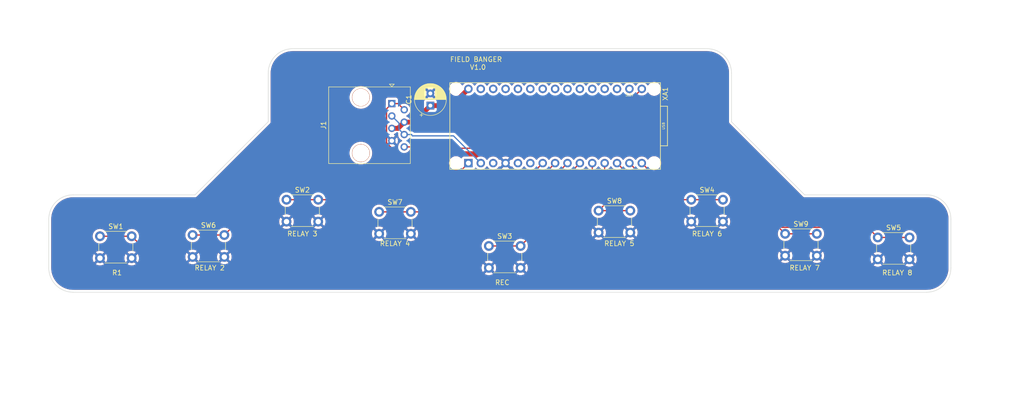
<source format=kicad_pcb>
(kicad_pcb (version 20211014) (generator pcbnew)
  (layers (0 "F.Cu" signal) (31 "B.Cu" signal) (34 "B.Paste" user) (35 "F.Paste" user) (36 "B.SilkS" user "B.Silkscreen") (37 "F.SilkS" user "F.Silkscreen") (38 "B.Mask" user) (39 "F.Mask" user) (44 "Edge.Cuts" user))
  (net 0 "")
  (net 1 "Net-(J1-Pad1)")
  (net 2 "Net-(J1-Pad3)")
  (net 3 "+12V")
  (net 4 "GND")
  (net 5 "Net-(J1-Pad8)")
  (net 6 "Net-(SW1-Pad1)")
  (net 7 "Net-(SW2-Pad1)")
  (net 8 "Net-(SW3-Pad1)")
  (net 9 "Net-(SW4-Pad1)")
  (net 10 "Net-(SW5-Pad1)")
  (net 11 "Net-(SW6-Pad1)")
  (net 12 "Net-(SW7-Pad1)")
  (net 13 "Net-(SW8-Pad1)")
  (net 14 "Net-(SW9-Pad1)")
  (footprint "Button_Switch_THT:SW_PUSH_6mm" (layer "F.Cu") (at 166.75 61)
    (fp_text reference "SW4" (at 3.25 -2) (layer "F.SilkS"))
    (fp_text value "SW_SPST")
    (fp_line (start 5.5 -1) (end 1 -1) (layer "F.SilkS") (width 0.12))
    (fp_line (start 1 5.5) (end 5.5 5.5) (layer "F.SilkS") (width 0.12))
    (fp_line (start 6.75 3) (end 6.75 1.5) (layer "F.SilkS") (width 0.12))
    (fp_line (start -0.25 1.5) (end -0.25 3) (layer "F.SilkS") (width 0.12))
    (pad "1" thru_hole circle (at 0 0 90) (size 2 2) (drill 1.1) (layers *.Cu *.Mask) (net 9 "Net-(SW4-Pad1)"))
    (pad "1" thru_hole circle (at 6.5 0 90) (size 2 2) (drill 1.1) (layers *.Cu *.Mask) (net 9 "Net-(SW4-Pad1)"))
    (pad "2" thru_hole circle (at 6.5 4.5 90) (size 2 2) (drill 1.1) (layers *.Cu *.Mask) (net 4 "GND"))
    (pad "2" thru_hole circle (at 0 4.5 90) (size 2 2) (drill 1.1) (layers *.Cu *.Mask) (net 4 "GND"))
  )
  (footprint "Arduino:Arduino_Nano_Socket" (layer "F.Cu") (at 160.42 45.87 90)
    (fp_text reference "XA1" (at 6.604 1.016 90) (layer "F.SilkS"))
    (fp_text value "Arduino_Nano_Socket")
    (fp_text user "3.3V" (at 6.35 -6.35) (layer "F.SilkS") (effects (font (size 0.5 0.5) (thickness 0.075))))
    (fp_text user "USB" (at 0 0.635 90) (layer "F.SilkS") (effects (font (size 0.5 0.5) (thickness 0.075))))
    (fp_line (start 8.89 -43.18) (end 8.89 0) (layer "F.SilkS") (width 0.15))
    (fp_line (start -8.89 -43.18) (end -8.89 0) (layer "F.SilkS") (width 0.15))
    (fp_line (start -8.89 0) (end 8.89 0) (layer "F.SilkS") (width 0.15))
    (fp_line (start -8.89 -43.18) (end 8.89 -43.18) (layer "F.SilkS") (width 0.15))
    (fp_line (start -4.064 0) (end -4.064 1.45) (layer "F.SilkS") (width 0.15))
    (fp_line (start -4.064 1.45) (end 4.064 1.45) (layer "F.SilkS") (width 0.15))
    (fp_line (start 4.064 1.45) (end 4.064 0) (layer "F.SilkS") (width 0.15))
    (pad "" np_thru_hole circle locked (at -7.62 -1.27 90) (size 1.85 1.85) (drill 1.85) (layers *.Cu *.Mask))
    (pad "" np_thru_hole circle locked (at 7.62 -1.27 90) (size 1.85 1.85) (drill 1.85) (layers *.Cu *.Mask))
    (pad "" np_thru_hole circle locked (at 7.62 -41.91 90) (size 1.85 1.85) (drill 1.85) (layers *.Cu *.Mask))
    (pad "" np_thru_hole circle locked (at -7.62 -41.91 90) (size 1.85 1.85) (drill 1.85) (layers *.Cu *.Mask))
    (pad "3V3" thru_hole circle locked (at 7.62 -6.35 90) (size 1.7272 1.7272) (drill 1.016) (layers *.Cu *.Mask))
    (pad "5V" thru_hole circle locked (at 7.62 -31.75 90) (size 1.7272 1.7272) (drill 1.016) (layers *.Cu *.Mask))
    (pad "A0" thru_hole circle locked (at 7.62 -11.43 90) (size 1.7272 1.7272) (drill 1.016) (layers *.Cu *.Mask))
    (pad "A1" thru_hole circle locked (at 7.62 -13.97 90) (size 1.7272 1.7272) (drill 1.016) (layers *.Cu *.Mask))
    (pad "A2" thru_hole circle locked (at 7.62 -16.51 90) (size 1.7272 1.7272) (drill 1.016) (layers *.Cu *.Mask))
    (pad "A3" thru_hole circle locked (at 7.62 -19.05 90) (size 1.7272 1.7272) (drill 1.016) (layers *.Cu *.Mask))
    (pad "A4" thru_hole circle locked (at 7.62 -21.59 90) (size 1.7272 1.7272) (drill 1.016) (layers *.Cu *.Mask))
    (pad "A5" thru_hole circle locked (at 7.62 -24.13 90) (size 1.7272 1.7272) (drill 1.016) (layers *.Cu *.Mask))
    (pad "A6" thru_hole circle locked (at 7.62 -26.67 90) (size 1.7272 1.7272) (drill 1.016) (layers *.Cu *.Mask))
    (pad "A7" thru_hole circle locked (at 7.62 -29.21 90) (size 1.7272 1.7272) (drill 1.016) (layers *.Cu *.Mask))
    (pad "AREF" thru_hole circle locked (at 7.62 -8.89 90) (size 1.7272 1.7272) (drill 1.016) (layers *.Cu *.Mask))
    (pad "D0" thru_hole circle locked (at -7.62 -36.83 90) (size 1.7272 1.7272) (drill 1.016) (layers *.Cu *.Mask) (net 2 "Net-(J1-Pad3)"))
    (pad "D1" thru_hole rect locked (at -7.62 -39.37 90) (size 1.7272 1.7272) (drill 1.016) (layers *.Cu *.Mask) (net 1 "Net-(J1-Pad1)"))
    (pad "D2" thru_hole circle locked (at -7.62 -29.21 90) (size 1.7272 1.7272) (drill 1.016) (layers *.Cu *.Mask))
    (pad "D3" thru_hole circle locked (at -7.62 -26.67 90) (size 1.7272 1.7272) (drill 1.016) (layers *.Cu *.Mask))
    (pad "D4" thru_hole circle locked (at -7.62 -24.13 90) (size 1.7272 1.7272) (drill 1.016) (layers *.Cu *.Mask) (net 6 "Net-(SW1-Pad1)"))
    (pad "D5" thru_hole circle locked (at -7.62 -21.59 90) (size 1.7272 1.7272) (drill 1.016) (layers *.Cu *.Mask) (net 11 "Net-(SW6-Pad1)"))
    (pad "D6" thru_hole circle locked (at -7.62 -19.05 90) (size 1.7272 1.7272) (drill 1.016) (layers *.Cu *.Mask) (net 7 "Net-(SW2-Pad1)"))
    (pad "D7" thru_hole circle locked (at -7.62 -16.51 90) (size 1.7272 1.7272) (drill 1.016) (layers *.Cu *.Mask) (net 12 "Net-(SW7-Pad1)"))
    (pad "D8" thru_hole circle locked (at -7.62 -13.97 90) (size 1.7272 1.7272) (drill 1.016) (layers *.Cu *.Mask) (net 8 "Net-(SW3-Pad1)"))
    (pad "D9" thru_hole circle locked (at -7.62 -11.43 90) (size 1.7272 1.7272) (drill 1.016) (layers *.Cu *.Mask) (net 13 "Net-(SW8-Pad1)"))
    (pad "D10" thru_hole circle locked (at -7.62 -8.89 90) (size 1.7272 1.7272) (drill 1.016) (layers *.Cu *.Mask) (net 9 "Net-(SW4-Pad1)"))
    (pad "D11" thru_hole circle locked (at -7.62 -6.35 90) (size 1.7272 1.7272) (drill 1.016) (layers *.Cu *.Mask) (net 14 "Net-(SW9-Pad1)"))
    (pad "D12" thru_hole circle locked (at -7.62 -3.81 90) (size 1.7272 1.7272) (drill 1.016) (layers *.Cu *.Mask) (net 10 "Net-(SW5-Pad1)"))
    (pad "D13" thru_hole circle locked (at 7.62 -3.81 90) (size 1.7272 1.7272) (drill 1.016) (layers *.Cu *.Mask) (net 5 "Net-(J1-Pad8)"))
    (pad "GND1" thru_hole circle locked (at -7.62 -31.75 90) (size 1.7272 1.7272) (drill 1.016) (layers *.Cu *.Mask) (net 4 "GND"))
    (pad "GND2" thru_hole circle locked (at 7.62 -36.83 90) (size 1.7272 1.7272) (drill 1.016) (layers *.Cu *.Mask))
    (pad "RST1" thru_hole circle locked (at -7.62 -34.29 90) (size 1.7272 1.7272) (drill 1.016) (layers *.Cu *.Mask))
    (pad "RST2" thru_hole circle locked (at 7.62 -34.29 90) (size 1.7272 1.7272) (drill 1.016) (layers *.Cu *.Mask))
    (pad "VIN" thru_hole circle locked (at 7.62 -39.37 90) (size 1.7272 1.7272) (drill 1.016) (layers *.Cu *.Mask) (net 3 "+12V"))
  )
  (footprint "Capacitor_THT:CP_Radial_D6.3mm_P2.50mm" (layer "F.Cu") (at 113.25 41.682379 90)
    (fp_text reference "C1" (at 1.25 -4.4 90) (layer "F.SilkS"))
    (fp_text value "C_Polarized_Small_US")
    (fp_line (start 2.171 1.04) (end 2.171 3.098) (layer "F.SilkS") (width 0.12))
    (fp_line (start 3.011 -2.716) (end 3.011 -1.04) (layer "F.SilkS") (width 0.12))
    (fp_line (start -2.250241 -1.839) (end -1.620241 -1.839) (layer "F.SilkS") (width 0.12))
    (fp_line (start 3.851 -1.944) (end 3.851 1.944) (layer "F.SilkS") (width 0.12))
    (fp_line (start 3.491 -2.343) (end 3.491 -1.04) (layer "F.SilkS") (width 0.12))
    (fp_line (start 2.611 -2.934) (end 2.611 -1.04) (layer "F.SilkS") (width 0.12))
    (fp_line (start 2.931 -2.766) (end 2.931 -1.04) (layer "F.SilkS") (width 0.12))
    (fp_line (start 1.85 1.04) (end 1.85 3.175) (layer "F.SilkS") (width 0.12))
    (fp_line (start 2.371 1.04) (end 2.371 3.033) (layer "F.SilkS") (width 0.12))
    (fp_line (start 1.57 -3.215) (end 1.57 -1.04) (layer "F.SilkS") (width 0.12))
    (fp_line (start 2.531 1.04) (end 2.531 2.97) (layer "F.SilkS") (width 0.12))
    (fp_line (start 2.771 1.04) (end 2.771 2.856) (layer "F.SilkS") (width 0.12))
    (fp_line (start 4.131 -1.509) (end 4.131 1.509) (layer "F.SilkS") (width 0.12))
    (fp_line (start 3.171 -2.607) (end 3.171 -1.04) (layer "F.SilkS") (width 0.12))
    (fp_line (start 2.571 -2.952) (end 2.571 -1.04) (layer "F.SilkS") (width 0.12))
    (fp_line (start 2.651 -2.916) (end 2.651 -1.04) (layer "F.SilkS") (width 0.12))
    (fp_line (start 2.811 -2.834) (end 2.811 -1.04) (layer "F.SilkS") (width 0.12))
    (fp_line (start 4.011 -1.714) (end 4.011 1.714) (layer "F.SilkS") (width 0.12))
    (fp_line (start 2.811 1.04) (end 2.811 2.834) (layer "F.SilkS") (width 0.12))
    (fp_line (start 2.931 1.04) (end 2.931 2.766) (layer "F.SilkS") (width 0.12))
    (fp_line (start 3.371 1.04) (end 3.371 2.45) (layer "F.SilkS") (width 0.12))
    (fp_line (start 3.051 -2.69) (end 3.051 -1.04) (layer "F.SilkS") (width 0.12))
    (fp_line (start 4.411 -0.802) (end 4.411 0.802) (layer "F.SilkS") (width 0.12))
    (fp_line (start 2.411 -3.018) (end 2.411 -1.04) (layer "F.SilkS") (width 0.12))
    (fp_line (start 1.89 1.04) (end 1.89 3.167) (layer "F.SilkS") (width 0.12))
    (fp_line (start 1.85 -3.175) (end 1.85 -1.04) (layer "F.SilkS") (width 0.12))
    (fp_line (start 3.011 1.04) (end 3.011 2.716) (layer "F.SilkS") (width 0.12))
    (fp_line (start 3.571 -2.265) (end 3.571 2.265) (layer "F.SilkS") (width 0.12))
    (fp_line (start 2.251 -3.074) (end 2.251 -1.04) (layer "F.SilkS") (width 0.12))
    (fp_line (start 1.77 -3.189) (end 1.77 -1.04) (layer "F.SilkS") (width 0.12))
    (fp_line (start 2.771 -2.856) (end 2.771 -1.04) (layer "F.SilkS") (width 0.12))
    (fp_line (start 2.891 1.04) (end 2.891 2.79) (layer "F.SilkS") (width 0.12))
    (fp_line (start 2.491 -2.986) (end 2.491 -1.04) (layer "F.SilkS") (width 0.12))
    (fp_line (start 2.731 1.04) (end 2.731 2.876) (layer "F.SilkS") (width 0.12))
    (fp_line (start 1.57 1.04) (end 1.57 3.215) (layer "F.SilkS") (width 0.12))
    (fp_line (start 2.371 -3.033) (end 2.371 -1.04) (layer "F.SilkS") (width 0.12))
    (fp_line (start 2.611 1.04) (end 2.611 2.934) (layer "F.SilkS") (width 0.12))
    (fp_line (start 2.291 1.04) (end 2.291 3.061) (layer "F.SilkS") (width 0.12))
    (fp_line (start 3.211 1.04) (end 3.211 2.578) (layer "F.SilkS") (width 0.12))
    (fp_line (start 2.091 -3.121) (end 2.091 -1.04) (layer "F.SilkS") (width 0.12))
    (fp_line (start 3.771 -2.044) (end 3.771 2.044) (layer "F.SilkS") (width 0.12))
    (fp_line (start 4.211 -1.35) (end 4.211 1.35) (layer "F.SilkS") (width 0.12))
    (fp_line (start 1.25 -3.23) (end 1.25 3.23) (layer "F.SilkS") (width 0.12))
    (fp_line (start 1.53 -3.218) (end 1.53 -1.04) (layer "F.SilkS") (width 0.12))
    (fp_line (start 1.69 1.04) (end 1.69 3.201) (layer "F.SilkS") (width 0.12))
    (fp_line (start 3.411 1.04) (end 3.411 2.416) (layer "F.SilkS") (width 0.12))
    (fp_line (start 4.171 -1.432) (end 4.171 1.432) (layer "F.SilkS") (width 0.12))
    (fp_line (start 3.891 -1.89) (end 3.891 1.89) (layer "F.SilkS") (width 0.12))
    (fp_line (start 1.73 -3.195) (end 1.73 -1.04) (layer "F.SilkS") (width 0.12))
    (fp_line (start 3.731 -2.092) (end 3.731 2.092) (layer "F.SilkS") (width 0.12))
    (fp_line (start 3.131 -2.636) (end 3.131 -1.04) (layer "F.SilkS") (width 0.12))
    (fp_line (start 2.251 1.04) (end 2.251 3.074) (layer "F.SilkS") (width 0.12))
    (fp_line (start 3.251 1.04) (end 3.251 2.548) (layer "F.SilkS") (width 0.12))
    (fp_line (start 1.81 -3.182) (end 1.81 -1.04) (layer "F.SilkS") (width 0.12))
    (fp_line (start 2.091 1.04) (end 2.091 3.121) (layer "F.SilkS") (width 0.12))
    (fp_line (start 3.531 1.04) (end 3.531 2.305) (layer "F.SilkS") (width 0.12))
    (fp_line (start 3.291 1.04) (end 3.291 2.516) (layer "F.SilkS") (width 0.12))
    (fp_line (start 2.851 -2.812) (end 2.851 -1.04) (layer "F.SilkS") (width 0.12))
    (fp_line (start 2.971 -2.742) (end 2.971 -1.04) (layer "F.SilkS") (width 0.12))
    (fp_line (start 2.011 1.04) (end 2.011 3.141) (layer "F.SilkS") (width 0.12))
    (fp_line (start 3.171 1.04) (end 3.171 2.607) (layer "F.SilkS") (width 0.12))
    (fp_line (start 3.331 1.04) (end 3.331 2.484) (layer "F.SilkS") (width 0.12))
    (fp_line (start 3.331 -2.484) (end 3.331 -1.04) (layer "F.SilkS") (width 0.12))
    (fp_line (start 1.81 1.04) (end 1.81 3.182) (layer "F.SilkS") (width 0.12))
    (fp_line (start 2.051 -3.131) (end 2.051 -1.04) (layer "F.SilkS") (width 0.12))
    (fp_line (start 2.731 -2.876) (end 2.731 -1.04) (layer "F.SilkS") (width 0.12))
    (fp_line (start 1.93 1.04) (end 1.93 3.159) (layer "F.SilkS") (width 0.12))
    (fp_line (start 3.931 -1.834) (end 3.931 1.834) (layer "F.SilkS") (width 0.12))
    (fp_line (start 3.691 -2.137) (end 3.691 2.137) (layer "F.SilkS") (width 0.12))
    (fp_line (start 1.971 1.04) (end 1.971 3.15) (layer "F.SilkS") (width 0.12))
    (fp_line (start 1.65 1.04) (end 1.65 3.206) (layer "F.SilkS") (width 0.12))
    (fp_line (start 2.331 1.04) (end 2.331 3.047) (layer "F.SilkS") (width 0.12))
    (fp_line (start 4.051 -1.65) (end 4.051 1.65) (layer "F.SilkS") (width 0.12))
    (fp_line (start 2.491 1.04) (end 2.491 2.986) (layer "F.SilkS") (width 0.12))
    (fp_line (start 1.69 -3.201) (end 1.69 -1.04) (layer "F.SilkS") (width 0.12))
    (fp_line (start -1.935241 -2.154) (end -1.935241 -1.524) (layer "F.SilkS") (width 0.12))
    (fp_line (start 2.291 -3.061) (end 2.291 -1.04) (layer "F.SilkS") (width 0.12))
    (fp_line (start 1.93 -3.159) (end 1.93 -1.04) (layer "F.SilkS") (width 0.12))
    (fp_line (start 3.251 -2.548) (end 3.251 -1.04) (layer "F.SilkS") (width 0.12))
    (fp_line (start 1.49 -3.222) (end 1.49 -1.04) (layer "F.SilkS") (width 0.12))
    (fp_line (start 3.491 1.04) (end 3.491 2.343) (layer "F.SilkS") (width 0.12))
    (fp_line (start 3.531 -2.305) (end 3.531 -1.04) (layer "F.SilkS") (width 0.12))
    (fp_line (start 2.211 -3.086) (end 2.211 -1.04) (layer "F.SilkS") (width 0.12))
    (fp_line (start 2.411 1.04) (end 2.411 3.018) (layer "F.SilkS") (width 0.12))
    (fp_line (start 2.851 1.04) (end 2.851 2.812) (layer "F.SilkS") (width 0.12))
    (fp_line (start 3.291 -2.516) (end 3.291 -1.04) (layer "F.SilkS") (width 0.12))
    (fp_line (start 2.651 1.04) (end 2.651 2.916) (layer "F.SilkS") (width 0.12))
    (fp_line (start 2.331 -3.047) (end 2.331 -1.04) (layer "F.SilkS") (width 0.12))
    (fp_line (start 4.451 -0.633) (end 4.451 0.633) (layer "F.SilkS") (width 0.12))
    (fp_line (start 2.451 -3.002) (end 2.451 -1.04) (layer "F.SilkS") (width 0.12))
    (fp_line (start 4.291 -1.165) (end 4.291 1.165) (layer "F.SilkS") (width 0.12))
    (fp_line (start 2.971 1.04) (end 2.971 2.742) (layer "F.SilkS") (width 0.12))
    (fp_line (start 1.61 -3.211) (end 1.61 -1.04) (layer "F.SilkS") (width 0.12))
    (fp_line (start 3.451 1.04) (end 3.451 2.38) (layer "F.SilkS") (width 0.12))
    (fp_line (start 1.65 -3.206) (end 1.65 -1.04) (layer "F.SilkS") (width 0.12))
    (fp_line (start 2.891 -2.79) (end 2.891 -1.04) (layer "F.SilkS") (width 0.12))
    (fp_line (start 3.451 -2.38) (end 3.451 -1.04) (layer "F.SilkS") (width 0.12))
    (fp_line (start 1.41 -3.227) (end 1.41 3.227) (layer "F.SilkS") (width 0.12))
    (fp_line (start 4.091 -1.581) (end 4.091 1.581) (layer "F.SilkS") (width 0.12))
    (fp_line (start 3.411 -2.416) (end 3.411 -1.04) (layer "F.SilkS") (width 0.12))
    (fp_line (start 3.051 1.04) (end 3.051 2.69) (layer "F.SilkS") (width 0.12))
    (fp_line (start 2.691 1.04) (end 2.691 2.896) (layer "F.SilkS") (width 0.12))
    (fp_line (start 2.531 -2.97) (end 2.531 -1.04) (layer "F.SilkS") (width 0.12))
    (fp_line (start 2.211 1.04) (end 2.211 3.086) (layer "F.SilkS") (width 0.12))
    (fp_line (start 4.371 -0.94) (end 4.371 0.94) (layer "F.SilkS") (width 0.12))
    (fp_line (start 1.29 -3.23) (end 1.29 3.23) (layer "F.SilkS") (width 0.12))
    (fp_line (start 4.331 -1.059) (end 4.331 1.059) (layer "F.SilkS") (width 0.12))
    (fp_line (start 3.651 -2.182) (end 3.651 2.182) (layer "F.SilkS") (width 0.12))
    (fp_line (start 2.131 -3.11) (end 2.131 -1.04) (layer "F.SilkS") (width 0.12))
    (fp_line (start 2.171 -3.098) (end 2.171 -1.04) (layer "F.SilkS") (width 0.12))
    (fp_line (start 1.77 1.04) (end 1.77 3.189) (layer "F.SilkS") (width 0.12))
    (fp_line (start 1.33 -3.23) (end 1.33 3.23) (layer "F.SilkS") (width 0.12))
    (fp_line (start 1.73 1.04) (end 1.73 3.195) (layer "F.SilkS") (width 0.12))
    (fp_line (start 3.131 1.04) (end 3.131 2.636) (layer "F.SilkS") (width 0.12))
    (fp_line (start 3.971 -1.776) (end 3.971 1.776) (layer "F.SilkS") (width 0.12))
    (fp_line (start 1.45 -3.224) (end 1.45 3.224) (layer "F.SilkS") (width 0.12))
    (fp_line (start 2.571 1.04) (end 2.571 2.952) (layer "F.SilkS") (width 0.12))
    (fp_line (start 3.811 -1.995) (end 3.811 1.995) (layer "F.SilkS") (width 0.12))
    (fp_line (start 1.61 1.04) (end 1.61 3.211) (layer "F.SilkS") (width 0.12))
    (fp_line (start 1.49 1.04) (end 1.49 3.222) (layer "F.SilkS") (width 0.12))
    (fp_line (start 2.451 1.04) (end 2.451 3.002) (layer "F.SilkS") (width 0.12))
    (fp_line (start 1.53 1.04) (end 1.53 3.218) (layer "F.SilkS") (width 0.12))
    (fp_line (start 3.371 -2.45) (end 3.371 -1.04) (layer "F.SilkS") (width 0.12))
    (fp_line (start 3.091 -2.664) (end 3.091 -1.04) (layer "F.SilkS") (width 0.12))
    (fp_line (start 4.491 -0.402) (end 4.491 0.402) (layer "F.SilkS") (width 0.12))
    (fp_line (start 2.131 1.04) (end 2.131 3.11) (layer "F.SilkS") (width 0.12))
    (fp_line (start 3.611 -2.224) (end 3.611 2.224) (layer "F.SilkS") (width 0.12))
    (fp_line (start 2.691 -2.896) (end 2.691 -1.04) (layer "F.SilkS") (width 0.12))
    (fp_line (start 3.091 1.04) (end 3.091 2.664) (layer "F.SilkS") (width 0.12))
    (fp_line (start 2.011 -3.141) (end 2.011 -1.04) (layer "F.SilkS") (width 0.12))
    (fp_line (start 2.051 1.04) (end 2.051 3.131) (layer "F.SilkS") (width 0.12))
    (fp_line (start 1.971 -3.15) (end 1.971 -1.04) (layer "F.SilkS") (width 0.12))
    (fp_line (start 4.251 -1.262) (end 4.251 1.262) (layer "F.SilkS") (width 0.12))
    (fp_line (start 1.89 -3.167) (end 1.89 -1.04) (layer "F.SilkS") (width 0.12))
    (fp_line (start 1.37 -3.228) (end 1.37 3.228) (layer "F.SilkS") (width 0.12))
    (fp_line (start 3.211 -2.578) (end 3.211 -1.04) (layer "F.SilkS") (width 0.12))
    (fp_circle (center 1.25 0) (end 4.52 0) (layer "F.SilkS") (width 0.12) (fill none))
    (pad "1" thru_hole rect (at 0 0 90) (size 1.6 1.6) (drill 0.8) (layers *.Cu *.Mask) (net 3 "+12V"))
    (pad "2" thru_hole circle (at 2.5 0 90) (size 1.6 1.6) (drill 0.8) (layers *.Cu *.Mask) (net 4 "GND"))
  )
  (footprint "Button_Switch_THT:SW_PUSH_6mm" (layer "F.Cu") (at 205 68.75)
    (fp_text reference "SW5" (at 3.25 -2) (layer "F.SilkS"))
    (fp_text value "SW_SPST")
    (fp_line (start 6.75 3) (end 6.75 1.5) (layer "F.SilkS") (width 0.12))
    (fp_line (start 5.5 -1) (end 1 -1) (layer "F.SilkS") (width 0.12))
    (fp_line (start 1 5.5) (end 5.5 5.5) (layer "F.SilkS") (width 0.12))
    (fp_line (start -0.25 1.5) (end -0.25 3) (layer "F.SilkS") (width 0.12))
    (pad "1" thru_hole circle (at 0 0 90) (size 2 2) (drill 1.1) (layers *.Cu *.Mask) (net 10 "Net-(SW5-Pad1)"))
    (pad "1" thru_hole circle (at 6.5 0 90) (size 2 2) (drill 1.1) (layers *.Cu *.Mask) (net 10 "Net-(SW5-Pad1)"))
    (pad "2" thru_hole circle (at 0 4.5 90) (size 2 2) (drill 1.1) (layers *.Cu *.Mask) (net 4 "GND"))
    (pad "2" thru_hole circle (at 6.5 4.5 90) (size 2 2) (drill 1.1) (layers *.Cu *.Mask) (net 4 "GND"))
  )
  (footprint "Button_Switch_THT:SW_PUSH_6mm" (layer "F.Cu") (at 147.75 63.25)
    (fp_text reference "SW8" (at 3.25 -2) (layer "F.SilkS"))
    (fp_text value "SW_SPST")
    (fp_line (start 1 5.5) (end 5.5 5.5) (layer "F.SilkS") (width 0.12))
    (fp_line (start 5.5 -1) (end 1 -1) (layer "F.SilkS") (width 0.12))
    (fp_line (start -0.25 1.5) (end -0.25 3) (layer "F.SilkS") (width 0.12))
    (fp_line (start 6.75 3) (end 6.75 1.5) (layer "F.SilkS") (width 0.12))
    (pad "1" thru_hole circle (at 6.5 0 90) (size 2 2) (drill 1.1) (layers *.Cu *.Mask) (net 13 "Net-(SW8-Pad1)"))
    (pad "1" thru_hole circle (at 0 0 90) (size 2 2) (drill 1.1) (layers *.Cu *.Mask) (net 13 "Net-(SW8-Pad1)"))
    (pad "2" thru_hole circle (at 0 4.5 90) (size 2 2) (drill 1.1) (layers *.Cu *.Mask) (net 4 "GND"))
    (pad "2" thru_hole circle (at 6.5 4.5 90) (size 2 2) (drill 1.1) (layers *.Cu *.Mask) (net 4 "GND"))
  )
  (footprint "Button_Switch_THT:SW_PUSH_6mm" (layer "F.Cu") (at 186 68)
    (fp_text reference "SW9" (at 3.25 -2) (layer "F.SilkS"))
    (fp_text value "SW_SPST")
    (fp_line (start 1 5.5) (end 5.5 5.5) (layer "F.SilkS") (width 0.12))
    (fp_line (start 5.5 -1) (end 1 -1) (layer "F.SilkS") (width 0.12))
    (fp_line (start -0.25 1.5) (end -0.25 3) (layer "F.SilkS") (width 0.12))
    (fp_line (start 6.75 3) (end 6.75 1.5) (layer "F.SilkS") (width 0.12))
    (pad "1" thru_hole circle (at 6.5 0 90) (size 2 2) (drill 1.1) (layers *.Cu *.Mask) (net 14 "Net-(SW9-Pad1)"))
    (pad "1" thru_hole circle (at 0 0 90) (size 2 2) (drill 1.1) (layers *.Cu *.Mask) (net 14 "Net-(SW9-Pad1)"))
    (pad "2" thru_hole circle (at 0 4.5 90) (size 2 2) (drill 1.1) (layers *.Cu *.Mask) (net 4 "GND"))
    (pad "2" thru_hole circle (at 6.5 4.5 90) (size 2 2) (drill 1.1) (layers *.Cu *.Mask) (net 4 "GND"))
  )
  (footprint "Connector_RJ:RJ45_OST_PJ012-8P8CX_Vertical" (layer "F.Cu") (at 105.35 41.27 -90)
    (fp_text reference "J1" (at 4.45 14 90) (layer "F.SilkS"))
    (fp_text value "8P8C")
    (fp_line (start 12.31 -3.79) (end 12.31 12.95) (layer "F.SilkS") (width 0.12))
    (fp_line (start -3.42 -3.79) (end -3.42 12.95) (layer "F.SilkS") (width 0.12))
    (fp_line (start -3.5 0) (end -4 -0.5) (layer "F.SilkS") (width 0.12))
    (fp_line (start -4 -0.5) (end -4 0.5) (layer "F.SilkS") (width 0.12))
    (fp_line (start 12.31 12.95) (end -3.42 12.95) (layer "F.SilkS") (width 0.12))
    (fp_line (start -4 0.5) (end -3.5 0) (layer "F.SilkS") (width 0.12))
    (fp_line (start 12.3 -3.79) (end -3.42 -3.79) (layer "F.SilkS") (width 0.12))
    (pad "" np_thru_hole circle (at 10.16 6.35 270) (size 3.65 3.65) (drill 3.45) (layers *.Cu *.SilkS *.Mask))
    (pad "" np_thru_hole circle (at -1.27 6.35 270) (size 3.65 3.65) (drill 3.45) (layers *.Cu *.SilkS *.Mask))
    (pad "1" thru_hole rect (at 0 0 270) (size 1.5 1.5) (drill 0.9) (layers *.Cu *.Mask) (net 1 "Net-(J1-Pad1)"))
    (pad "2" thru_hole circle (at 1.27 -2.54 270) (size 1.5 1.5) (drill 0.9) (layers *.Cu *.Mask) (net 1 "Net-(J1-Pad1)"))
    (pad "3" thru_hole circle (at 2.54 0 270) (size 1.5 1.5) (drill 0.9) (layers *.Cu *.Mask) (net 2 "Net-(J1-Pad3)"))
    (pad "4" thru_hole circle (at 3.81 -2.54 270) (size 1.5 1.5) (drill 0.9) (layers *.Cu *.Mask) (net 3 "+12V"))
    (pad "5" thru_hole circle (at 5.08 0 270) (size 1.5 1.5) (drill 0.9) (layers *.Cu *.Mask) (net 3 "+12V"))
    (pad "6" thru_hole circle (at 6.35 -2.54 270) (size 1.5 1.5) (drill 0.9) (layers *.Cu *.Mask) (net 2 "Net-(J1-Pad3)"))
    (pad "7" thru_hole circle (at 7.62 0 270) (size 1.5 1.5) (drill 0.9) (layers *.Cu *.Mask) (net 4 "GND"))
    (pad "8" thru_hole circle (at 8.89 -2.54 270) (size 1.5 1.5) (drill 0.9) (layers *.Cu *.Mask) (net 5 "Net-(J1-Pad8)"))
  )
  (footprint "Button_Switch_THT:SW_PUSH_6mm" (layer "F.Cu") (at 125.25 70.5)
    (fp_text reference "SW3" (at 3.25 -2) (layer "F.SilkS"))
    (fp_text value "SW_SPST")
    (fp_line (start -0.25 1.5) (end -0.25 3) (layer "F.SilkS") (width 0.12))
    (fp_line (start 6.75 3) (end 6.75 1.5) (layer "F.SilkS") (width 0.12))
    (fp_line (start 5.5 -1) (end 1 -1) (layer "F.SilkS") (width 0.12))
    (fp_line (start 1 5.5) (end 5.5 5.5) (layer "F.SilkS") (width 0.12))
    (pad "1" thru_hole circle (at 0 0 90) (size 2 2) (drill 1.1) (layers *.Cu *.Mask) (net 8 "Net-(SW3-Pad1)"))
    (pad "1" thru_hole circle (at 6.5 0 90) (size 2 2) (drill 1.1) (layers *.Cu *.Mask) (net 8 "Net-(SW3-Pad1)"))
    (pad "2" thru_hole circle (at 6.5 4.5 90) (size 2 2) (drill 1.1) (layers *.Cu *.Mask) (net 4 "GND"))
    (pad "2" thru_hole circle (at 0 4.5 90) (size 2 2) (drill 1.1) (layers *.Cu *.Mask) (net 4 "GND"))
  )
  (footprint "Button_Switch_THT:SW_PUSH_6mm" (layer "F.Cu") (at 64.5 68.25)
    (fp_text reference "SW6" (at 3.25 -2) (layer "F.SilkS"))
    (fp_text value "SW_SPST")
    (fp_line (start 1 5.5) (end 5.5 5.5) (layer "F.SilkS") (width 0.12))
    (fp_line (start 5.5 -1) (end 1 -1) (layer "F.SilkS") (width 0.12))
    (fp_line (start -0.25 1.5) (end -0.25 3) (layer "F.SilkS") (width 0.12))
    (fp_line (start 6.75 3) (end 6.75 1.5) (layer "F.SilkS") (width 0.12))
    (pad "1" thru_hole circle (at 6.5 0 90) (size 2 2) (drill 1.1) (layers *.Cu *.Mask) (net 11 "Net-(SW6-Pad1)"))
    (pad "1" thru_hole circle (at 0 0 90) (size 2 2) (drill 1.1) (layers *.Cu *.Mask) (net 11 "Net-(SW6-Pad1)"))
    (pad "2" thru_hole circle (at 0 4.5 90) (size 2 2) (drill 1.1) (layers *.Cu *.Mask) (net 4 "GND"))
    (pad "2" thru_hole circle (at 6.5 4.5 90) (size 2 2) (drill 1.1) (layers *.Cu *.Mask) (net 4 "GND"))
  )
  (footprint "Button_Switch_THT:SW_PUSH_6mm" (layer "F.Cu") (at 83.75 61)
    (fp_text reference "SW2" (at 3.25 -2) (layer "F.SilkS"))
    (fp_text value "SW_SPST")
    (fp_line (start -0.25 1.5) (end -0.25 3) (layer "F.SilkS") (width 0.12))
    (fp_line (start 6.75 3) (end 6.75 1.5) (layer "F.SilkS") (width 0.12))
    (fp_line (start 1 5.5) (end 5.5 5.5) (layer "F.SilkS") (width 0.12))
    (fp_line (start 5.5 -1) (end 1 -1) (layer "F.SilkS") (width 0.12))
    (pad "1" thru_hole circle (at 0 0 90) (size 2 2) (drill 1.1) (layers *.Cu *.Mask) (net 7 "Net-(SW2-Pad1)"))
    (pad "1" thru_hole circle (at 6.5 0 90) (size 2 2) (drill 1.1) (layers *.Cu *.Mask) (net 7 "Net-(SW2-Pad1)"))
    (pad "2" thru_hole circle (at 6.5 4.5 90) (size 2 2) (drill 1.1) (layers *.Cu *.Mask) (net 4 "GND"))
    (pad "2" thru_hole circle (at 0 4.5 90) (size 2 2) (drill 1.1) (layers *.Cu *.Mask) (net 4 "GND"))
  )
  (footprint "Button_Switch_THT:SW_PUSH_6mm" (layer "F.Cu") (at 102.75 63.5)
    (fp_text reference "SW7" (at 3.25 -2) (layer "F.SilkS"))
    (fp_text value "SW_SPST")
    (fp_line (start -0.25 1.5) (end -0.25 3) (layer "F.SilkS") (width 0.12))
    (fp_line (start 1 5.5) (end 5.5 5.5) (layer "F.SilkS") (width 0.12))
    (fp_line (start 5.5 -1) (end 1 -1) (layer "F.SilkS") (width 0.12))
    (fp_line (start 6.75 3) (end 6.75 1.5) (layer "F.SilkS") (width 0.12))
    (pad "1" thru_hole circle (at 6.5 0 90) (size 2 2) (drill 1.1) (layers *.Cu *.Mask) (net 12 "Net-(SW7-Pad1)"))
    (pad "1" thru_hole circle (at 0 0 90) (size 2 2) (drill 1.1) (layers *.Cu *.Mask) (net 12 "Net-(SW7-Pad1)"))
    (pad "2" thru_hole circle (at 6.5 4.5 90) (size 2 2) (drill 1.1) (layers *.Cu *.Mask) (net 4 "GND"))
    (pad "2" thru_hole circle (at 0 4.5 90) (size 2 2) (drill 1.1) (layers *.Cu *.Mask) (net 4 "GND"))
  )
  (footprint "Button_Switch_THT:SW_PUSH_6mm" (layer "F.Cu") (at 45.5 68.5)
    (fp_text reference "SW1" (at 3.25 -2) (layer "F.SilkS"))
    (fp_text value "SW_SPST")
    (fp_line (start -0.25 1.5) (end -0.25 3) (layer "F.SilkS") (width 0.12))
    (fp_line (start 1 5.5) (end 5.5 5.5) (layer "F.SilkS") (width 0.12))
    (fp_line (start 6.75 3) (end 6.75 1.5) (layer "F.SilkS") (width 0.12))
    (fp_line (start 5.5 -1) (end 1 -1) (layer "F.SilkS") (width 0.12))
    (pad "1" thru_hole circle (at 6.5 0 90) (size 2 2) (drill 1.1) (layers *.Cu *.Mask) (net 6 "Net-(SW1-Pad1)"))
    (pad "1" thru_hole circle (at 0 0 90) (size 2 2) (drill 1.1) (layers *.Cu *.Mask) (net 6 "Net-(SW1-Pad1)"))
    (pad "2" thru_hole circle (at 0 4.5 90) (size 2 2) (drill 1.1) (layers *.Cu *.Mask) (net 4 "GND"))
    (pad "2" thru_hole circle (at 6.5 4.5 90) (size 2 2) (drill 1.1) (layers *.Cu *.Mask) (net 4 "GND"))
  )
  (gr_line (start 40 60) (end 65 60) (layer "Edge.Cuts") (width 0.1))
  (gr_line (start 35 75) (end 35 65) (layer "Edge.Cuts") (width 0.1))
  (gr_line (start 80 45) (end 80 35) (layer "Edge.Cuts") (width 0.1))
  (gr_arc (start 220 75) (mid 218.535534 78.535534) (end 215 80) (layer "Edge.Cuts") (width 0.1))
  (gr_arc (start 40 80) (mid 36.464466 78.535534) (end 35 75) (layer "Edge.Cuts") (width 0.1))
  (gr_arc (start 170 30) (mid 173.535534 31.464466) (end 175 35) (layer "Edge.Cuts") (width 0.1))
  (gr_line (start 175 35) (end 175 45) (layer "Edge.Cuts") (width 0.1))
  (gr_line (start 85 30) (end 170 30) (layer "Edge.Cuts") (width 0.1))
  (gr_line (start 175 45) (end 190 60) (layer "Edge.Cuts") (width 0.1))
  (gr_line (start 80 45) (end 65 60) (layer "Edge.Cuts") (width 0.1))
  (gr_arc (start 215 60) (mid 218.535534 61.464466) (end 220 65) (layer "Edge.Cuts") (width 0.1))
  (gr_arc (start 80 35) (mid 81.464466 31.464466) (end 85 30) (layer "Edge.Cuts") (width 0.1))
  (gr_line (start 215 80) (end 40 80) (layer "Edge.Cuts") (width 0.1))
  (gr_line (start 190 60) (end 215 60) (layer "Edge.Cuts") (width 0.1))
  (gr_line (start 220 65) (end 220 75) (layer "Edge.Cuts") (width 0.1))
  (gr_arc (start 35 65) (mid 36.464466 61.464466) (end 40 60) (layer "Edge.Cuts") (width 0.1))
  (gr_text "RELAY 8" (at 209 76) (layer "F.SilkS") (effects (font (size 1 1))))
  (gr_text "RELAY 7" (at 190 75) (layer "F.SilkS") (effects (font (size 1 1))))
  (gr_text "RELAY 4" (at 106 70) (layer "F.SilkS") (effects (font (size 1 1))))
  (gr_text "RELAY 6" (at 170 68) (layer "F.SilkS") (effects (font (size 1 1))))
  (gr_text "RELAY 5" (at 152 70) (layer "F.SilkS") (effects (font (size 1 1))))
  (gr_text "RELAY 3" (at 87 68) (layer "F.SilkS") (effects (font (size 1 1))))
  (gr_text "R1" (at 49 76) (layer "F.SilkS") (effects (font (size 1 1))))
  (gr_text "FIELD BANGER \nV1.0" (at 123 33) (layer "F.SilkS") (effects (font (size 1 1))))
  (gr_text "REC" (at 128 78) (layer "F.SilkS") (effects (font (size 1 1))))
  (gr_text "RELAY 2" (at 68 75) (layer "F.SilkS") (effects (font (size 1 1))))
  (segment (start 110.447477 55) (end 119.54 55) (width 0.25) (layer "F.Cu") (net 1))
  (segment (start 105.925 50.477523) (end 110.447477 55) (width 0.25) (layer "F.Cu") (net 1))
  (segment (start 104.275 42.345) (end 105.35 41.27) (width 0.25) (layer "F.Cu") (net 1))
  (segment (start 104.275 49.33528) (end 104.275 42.345) (width 0.25) (layer "F.Cu") (net 1))
  (segment (start 105.35 41.27) (end 106.62 41.27) (width 0.25) (layer "F.Cu") (net 1))
  (segment (start 119.54 55) (end 121.05 53.49) (width 0.25) (layer "F.Cu") (net 1))
  (segment (start 105.417243 50.477523) (end 104.275 49.33528) (width 0.25) (layer "F.Cu") (net 1))
  (segment (start 105.925 50.477523) (end 105.417243 50.477523) (width 0.25) (layer "F.Cu") (net 1))
  (segment (start 106.62 41.27) (end 107.89 42.54) (width 0.25) (layer "F.Cu") (net 1))
  (segment (start 107.89 47.62) (end 106.815 46.545) (width 0.25) (layer "B.Cu") (net 2))
  (segment (start 109.6425 47.8925) (end 117.9925 47.8925) (width 0.25) (layer "B.Cu") (net 2))
  (segment (start 117.9925 47.8925) (end 123.59 53.49) (width 0.25) (layer "B.Cu") (net 2))
  (segment (start 109.54 47.8925) (end 109.6425 47.8925) (width 0.25) (layer "B.Cu") (net 2))
  (segment (start 106.815 45.275) (end 105.35 43.81) (width 0.25) (layer "B.Cu") (net 2))
  (segment (start 109.6425 47.8925) (end 109.37 47.62) (width 0.25) (layer "B.Cu") (net 2))
  (segment (start 106.815 46.545) (end 106.815 45.275) (width 0.25) (layer "B.Cu") (net 2))
  (segment (start 109.37 47.62) (end 107.89 47.62) (width 0.25) (layer "B.Cu") (net 2))
  (segment (start 117.617621 41.682379) (end 121.05 38.25) (width 1) (layer "F.Cu") (net 3))
  (segment (start 105.35 46.35) (end 106.62 46.35) (width 1) (layer "F.Cu") (net 3))
  (segment (start 113.25 41.682379) (end 117.617621 41.682379) (width 1) (layer "F.Cu") (net 3))
  (segment (start 107.89 45.08) (end 109.852379 45.08) (width 1) (layer "F.Cu") (net 3))
  (segment (start 109.852379 45.08) (end 113.25 41.682379) (width 1) (layer "F.Cu") (net 3))
  (segment (start 106.62 46.35) (end 107.89 45.08) (width 1) (layer "F.Cu") (net 3))
  (segment (start 144.4275 50.4325) (end 156.61 38.25) (width 0.25) (layer "F.Cu") (net 5))
  (segment (start 109.54 50.4325) (end 144.4275 50.4325) (width 0.25) (layer "F.Cu") (net 5))
  (segment (start 107.89 50.16) (end 109.2675 50.16) (width 0.25) (layer "F.Cu") (net 5))
  (segment (start 109.2675 50.16) (end 109.54 50.4325) (width 0.25) (layer "F.Cu") (net 5))
  (segment (start 45.5 68.5) (end 52 68.5) (width 0.25) (layer "F.Cu") (net 6))
  (segment (start 58.425 69.575) (end 63 65) (width 0.25) (layer "F.Cu") (net 6))
  (segment (start 73.613604 65) (end 80.613604 58) (width 0.25) (layer "F.Cu") (net 6))
  (segment (start 63 65) (end 73.613604 65) (width 0.25) (layer "F.Cu") (net 6))
  (segment (start 131.78 58) (end 136.29 53.49) (width 0.25) (layer "F.Cu") (net 6))
  (segment (start 53.075 69.575) (end 58.425 69.575) (width 0.25) (layer "F.Cu") (net 6))
  (segment (start 52 68.5) (end 53.075 69.575) (width 0.25) (layer "F.Cu") (net 6))
  (segment (start 80.613604 58) (end 131.78 58) (width 0.25) (layer "F.Cu") (net 6))
  (segment (start 90.25 61) (end 133.86 61) (width 0.25) (layer "F.Cu") (net 7))
  (segment (start 83.75 61) (end 90.25 61) (width 0.25) (layer "F.Cu") (net 7))
  (segment (start 133.86 61) (end 141.37 53.49) (width 0.25) (layer "F.Cu") (net 7))
  (segment (start 146.45 55.8) (end 146.45 53.49) (width 0.25) (layer "F.Cu") (net 8))
  (segment (start 125.25 70.5) (end 131.75 70.5) (width 0.25) (layer "F.Cu") (net 8))
  (segment (start 131.75 70.5) (end 146.45 55.8) (width 0.25) (layer "F.Cu") (net 8))
  (segment (start 166.75 61) (end 159.04 61) (width 0.25) (layer "F.Cu") (net 9))
  (segment (start 166.75 61) (end 173.25 61) (width 0.25) (layer "F.Cu") (net 9))
  (segment (start 159.04 61) (end 151.53 53.49) (width 0.25) (layer "F.Cu") (net 9))
  (segment (start 202.925 66.675) (end 185.311396 66.675) (width 0.25) (layer "F.Cu") (net 10))
  (segment (start 205 68.75) (end 211.5 68.75) (width 0.25) (layer "F.Cu") (net 10))
  (segment (start 161 57.88) (end 156.61 53.49) (width 0.25) (layer "F.Cu") (net 10))
  (segment (start 205 68.75) (end 202.925 66.675) (width 0.25) (layer "F.Cu") (net 10))
  (segment (start 176.636396 58) (end 161 58) (width 0.25) (layer "F.Cu") (net 10))
  (segment (start 161 58) (end 161 57.88) (width 0.25) (layer "F.Cu") (net 10))
  (segment (start 185.311396 66.675) (end 176.636396 58) (width 0.25) (layer "F.Cu") (net 10))
  (segment (start 80.25 59) (end 133.32 59) (width 0.25) (layer "F.Cu") (net 11))
  (segment (start 64.5 68.25) (end 71 68.25) (width 0.25) (layer "F.Cu") (net 11))
  (segment (start 71 68.25) (end 80.25 59) (width 0.25) (layer "F.Cu") (net 11))
  (segment (start 133.32 59) (end 138.83 53.49) (width 0.25) (layer "F.Cu") (net 11))
  (segment (start 102.75 63.5) (end 109.25 63.5) (width 0.25) (layer "F.Cu") (net 12))
  (segment (start 133.9 63.5) (end 143.91 53.49) (width 0.25) (layer "F.Cu") (net 12))
  (segment (start 109.25 63.5) (end 133.9 63.5) (width 0.25) (layer "F.Cu") (net 12))
  (segment (start 147.75 63.25) (end 154.25 63.25) (width 0.25) (layer "F.Cu") (net 13))
  (segment (start 147.75 63.25) (end 148.99 62.01) (width 0.25) (layer "F.Cu") (net 13))
  (segment (start 148.99 62.01) (end 148.99 53.49) (width 0.25) (layer "F.Cu") (net 13))
  (segment (start 154.07 53.49) (end 159.58 59) (width 0.25) (layer "F.Cu") (net 14))
  (segment (start 177 59) (end 186 68) (width 0.25) (layer "F.Cu") (net 14))
  (segment (start 186 68) (end 192.5 68) (width 0.25) (layer "F.Cu") (net 14))
  (segment (start 159.58 59) (end 177 59) (width 0.25) (layer "F.Cu") (net 14))
  (zone (net 4) (net_name "GND") (layers F&B.Cu) (connect_pads (clearance 0.508)) (min_thickness 0.254) (fill yes (thermal_gap 0.508) (thermal_bridge_width 0.508))
    (polygon (pts (xy 235 105) (xy 25 105) (xy 25 20) (xy 235 20)))
  )
)
</source>
